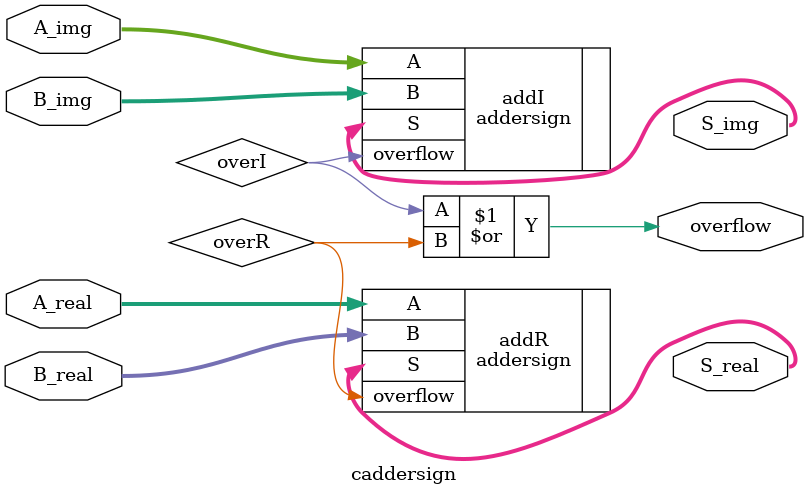
<source format=sv>
`timescale 1ns/1ps
module caddersign #(
    parameter integer DATA_W = 32
) (
    input logic [DATA_W - 1 :0] A_real,
    input logic [DATA_W - 1 :0] A_img,
    input logic [DATA_W - 1 :0] B_real,
    input logic [DATA_W - 1 :0] B_img,
    output logic [DATA_W - 1: 0] S_real,
    output logic [DATA_W - 1: 0] S_img,
    output logic overflow
);
    wire overR, overI;
    addersign #(.DATA_W(DATA_W)) addR(
        .A(A_real),
        .B(B_real),
        .S(S_real),
        .overflow(overR)
    );

    addersign #(.DATA_W(DATA_W)) addI(
        .A(A_img),
        .B(B_img),
        .S(S_img),
        .overflow(overI)
    );   

    assign overflow = overI | overR;
    
endmodule
</source>
